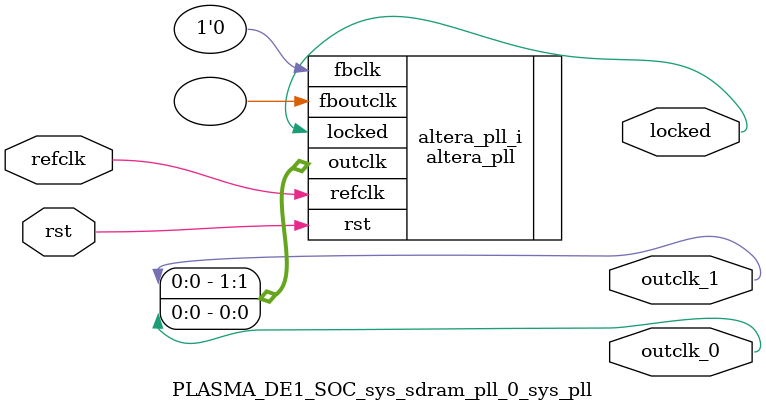
<source format=v>
`timescale 1ns/10ps
module  PLASMA_DE1_SOC_sys_sdram_pll_0_sys_pll(

	// interface 'refclk'
	input wire refclk,

	// interface 'reset'
	input wire rst,

	// interface 'outclk0'
	output wire outclk_0,

	// interface 'outclk1'
	output wire outclk_1,

	// interface 'locked'
	output wire locked
);

	altera_pll #(
		.fractional_vco_multiplier("false"),
		.reference_clock_frequency("50.0 MHz"),
		.operation_mode("direct"),
		.number_of_clocks(2),
		.output_clock_frequency0("50.000000 MHz"),
		.phase_shift0("0 ps"),
		.duty_cycle0(50),
		.output_clock_frequency1("50.000000 MHz"),
		.phase_shift1("-3000 ps"),
		.duty_cycle1(50),
		.output_clock_frequency2("0 MHz"),
		.phase_shift2("0 ps"),
		.duty_cycle2(50),
		.output_clock_frequency3("0 MHz"),
		.phase_shift3("0 ps"),
		.duty_cycle3(50),
		.output_clock_frequency4("0 MHz"),
		.phase_shift4("0 ps"),
		.duty_cycle4(50),
		.output_clock_frequency5("0 MHz"),
		.phase_shift5("0 ps"),
		.duty_cycle5(50),
		.output_clock_frequency6("0 MHz"),
		.phase_shift6("0 ps"),
		.duty_cycle6(50),
		.output_clock_frequency7("0 MHz"),
		.phase_shift7("0 ps"),
		.duty_cycle7(50),
		.output_clock_frequency8("0 MHz"),
		.phase_shift8("0 ps"),
		.duty_cycle8(50),
		.output_clock_frequency9("0 MHz"),
		.phase_shift9("0 ps"),
		.duty_cycle9(50),
		.output_clock_frequency10("0 MHz"),
		.phase_shift10("0 ps"),
		.duty_cycle10(50),
		.output_clock_frequency11("0 MHz"),
		.phase_shift11("0 ps"),
		.duty_cycle11(50),
		.output_clock_frequency12("0 MHz"),
		.phase_shift12("0 ps"),
		.duty_cycle12(50),
		.output_clock_frequency13("0 MHz"),
		.phase_shift13("0 ps"),
		.duty_cycle13(50),
		.output_clock_frequency14("0 MHz"),
		.phase_shift14("0 ps"),
		.duty_cycle14(50),
		.output_clock_frequency15("0 MHz"),
		.phase_shift15("0 ps"),
		.duty_cycle15(50),
		.output_clock_frequency16("0 MHz"),
		.phase_shift16("0 ps"),
		.duty_cycle16(50),
		.output_clock_frequency17("0 MHz"),
		.phase_shift17("0 ps"),
		.duty_cycle17(50),
		.pll_type("General"),
		.pll_subtype("General")
	) altera_pll_i (
		.rst	(rst),
		.outclk	({outclk_1, outclk_0}),
		.locked	(locked),
		.fboutclk	( ),
		.fbclk	(1'b0),
		.refclk	(refclk)
	);
endmodule


</source>
